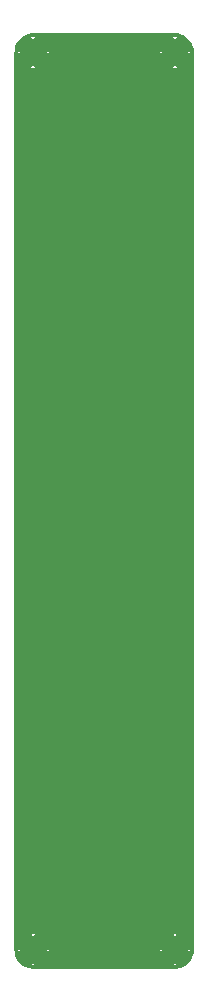
<source format=gbr>
%TF.GenerationSoftware,KiCad,Pcbnew,9.0.4*%
%TF.CreationDate,2025-10-20T17:14:21-05:00*%
%TF.ProjectId,Molecule_18650_Jumper,4d6f6c65-6375-46c6-955f-31383635305f,rev?*%
%TF.SameCoordinates,Original*%
%TF.FileFunction,Copper,L2,Bot*%
%TF.FilePolarity,Positive*%
%FSLAX46Y46*%
G04 Gerber Fmt 4.6, Leading zero omitted, Abs format (unit mm)*
G04 Created by KiCad (PCBNEW 9.0.4) date 2025-10-20 17:14:21*
%MOMM*%
%LPD*%
G01*
G04 APERTURE LIST*
%TA.AperFunction,ComponentPad*%
%ADD10C,1.600000*%
%TD*%
G04 APERTURE END LIST*
D10*
%TO.P,MP4,1*%
%TO.N,/jumper*%
X14000000Y2000000D03*
%TD*%
%TO.P,MP3,1*%
%TO.N,/jumper*%
X14000000Y78000000D03*
%TD*%
%TO.P,MP2,1*%
%TO.N,/jumper*%
X2000000Y78000000D03*
%TD*%
%TO.P,MP1,1*%
%TO.N,/jumper*%
X2000000Y2000000D03*
%TD*%
%TA.AperFunction,Conductor*%
%TO.N,/jumper*%
G36*
X14004417Y79599184D02*
G01*
X14023369Y79597828D01*
X14218788Y79583851D01*
X14236299Y79581333D01*
X14441960Y79536595D01*
X14458936Y79531611D01*
X14656150Y79458053D01*
X14672242Y79450703D01*
X14856968Y79349836D01*
X14871853Y79340271D01*
X15040353Y79214133D01*
X15053723Y79202547D01*
X15202547Y79053723D01*
X15214133Y79040353D01*
X15340271Y78871853D01*
X15349836Y78856968D01*
X15450703Y78672242D01*
X15458053Y78656150D01*
X15531611Y78458936D01*
X15536594Y78441963D01*
X15536595Y78441960D01*
X15581333Y78236299D01*
X15583851Y78218788D01*
X15599184Y78004419D01*
X15599500Y77995572D01*
X15599500Y2004427D01*
X15599184Y1995580D01*
X15583851Y1781211D01*
X15581333Y1763700D01*
X15536595Y1558039D01*
X15531611Y1541063D01*
X15458053Y1343849D01*
X15450703Y1327757D01*
X15349836Y1143031D01*
X15340271Y1128146D01*
X15214133Y959646D01*
X15202547Y946276D01*
X15053723Y797452D01*
X15040355Y785867D01*
X14871848Y659724D01*
X14856968Y650163D01*
X14672242Y549296D01*
X14656150Y541946D01*
X14458928Y468385D01*
X14441969Y463406D01*
X14236296Y418665D01*
X14218791Y416148D01*
X14012013Y401359D01*
X14004418Y400816D01*
X13995572Y400500D01*
X2004428Y400500D01*
X1995582Y400816D01*
X1989378Y401259D01*
X1781206Y416148D01*
X1763705Y418665D01*
X1558026Y463407D01*
X1541075Y468384D01*
X1343844Y541948D01*
X1327757Y549296D01*
X1143015Y650172D01*
X1128157Y659720D01*
X1062237Y709067D01*
X1840437Y709067D01*
X1840438Y709066D01*
X1897682Y700000D01*
X2102317Y700000D01*
X2159560Y709066D01*
X2159561Y709067D01*
X13840437Y709067D01*
X13840438Y709066D01*
X13897682Y700000D01*
X14102317Y700000D01*
X14159560Y709066D01*
X14159561Y709068D01*
X14000001Y868629D01*
X14000000Y868629D01*
X13840437Y709067D01*
X2159561Y709067D01*
X2159561Y709068D01*
X2000001Y868629D01*
X2000000Y868629D01*
X1840437Y709067D01*
X1062237Y709067D01*
X959637Y785873D01*
X946283Y797445D01*
X797445Y946283D01*
X785873Y959637D01*
X659720Y1128157D01*
X650166Y1143025D01*
X549295Y1327757D01*
X541946Y1343849D01*
X468384Y1541075D01*
X463407Y1558026D01*
X418665Y1763705D01*
X416148Y1781212D01*
X407817Y1897688D01*
X400815Y1995582D01*
X400500Y2004427D01*
X400500Y2102317D01*
X700000Y2102317D01*
X700000Y1897682D01*
X709066Y1840438D01*
X709067Y1840437D01*
X868629Y1999999D01*
X868629Y2000000D01*
X789638Y2078991D01*
X1400000Y2078991D01*
X1400000Y1921009D01*
X1440889Y1768409D01*
X1519881Y1631592D01*
X1631592Y1519881D01*
X1768409Y1440889D01*
X1921009Y1400000D01*
X2078991Y1400000D01*
X2231591Y1440889D01*
X2368408Y1519881D01*
X2480119Y1631592D01*
X2559111Y1768409D01*
X2600000Y1921009D01*
X2600000Y1999999D01*
X3131370Y1999999D01*
X3290932Y1840438D01*
X3300000Y1897688D01*
X3300000Y2102310D01*
X3299999Y2102317D01*
X12700000Y2102317D01*
X12700000Y1897682D01*
X12709066Y1840438D01*
X12709067Y1840437D01*
X12868629Y1999999D01*
X12868629Y2000000D01*
X12789638Y2078991D01*
X13400000Y2078991D01*
X13400000Y1921009D01*
X13440889Y1768409D01*
X13519881Y1631592D01*
X13631592Y1519881D01*
X13768409Y1440889D01*
X13921009Y1400000D01*
X14078991Y1400000D01*
X14231591Y1440889D01*
X14368408Y1519881D01*
X14480119Y1631592D01*
X14559111Y1768409D01*
X14600000Y1921009D01*
X14600000Y1999999D01*
X15131370Y1999999D01*
X15290932Y1840438D01*
X15300000Y1897688D01*
X15300000Y2102310D01*
X15290931Y2159559D01*
X15131370Y1999999D01*
X14600000Y1999999D01*
X14600000Y2078991D01*
X14559111Y2231591D01*
X14480119Y2368408D01*
X14368408Y2480119D01*
X14231591Y2559111D01*
X14078991Y2600000D01*
X13921009Y2600000D01*
X13768409Y2559111D01*
X13631592Y2480119D01*
X13519881Y2368408D01*
X13440889Y2231591D01*
X13400000Y2078991D01*
X12789638Y2078991D01*
X12709068Y2159561D01*
X12709066Y2159560D01*
X12700000Y2102317D01*
X3299999Y2102317D01*
X3290931Y2159559D01*
X3131370Y1999999D01*
X2600000Y1999999D01*
X2600000Y2078991D01*
X2559111Y2231591D01*
X2480119Y2368408D01*
X2368408Y2480119D01*
X2231591Y2559111D01*
X2078991Y2600000D01*
X1921009Y2600000D01*
X1768409Y2559111D01*
X1631592Y2480119D01*
X1519881Y2368408D01*
X1440889Y2231591D01*
X1400000Y2078991D01*
X789638Y2078991D01*
X709068Y2159561D01*
X709066Y2159560D01*
X700000Y2102317D01*
X400500Y2102317D01*
X400500Y3290932D01*
X1840438Y3290932D01*
X1999999Y3131370D01*
X2159560Y3290931D01*
X2159554Y3290932D01*
X13840438Y3290932D01*
X13999999Y3131370D01*
X14159560Y3290931D01*
X14102311Y3300000D01*
X13897688Y3300000D01*
X13840438Y3290932D01*
X2159554Y3290932D01*
X2102311Y3300000D01*
X1897688Y3300000D01*
X1840438Y3290932D01*
X400500Y3290932D01*
X400500Y76709067D01*
X1840437Y76709067D01*
X1840438Y76709066D01*
X1897682Y76700000D01*
X2102317Y76700000D01*
X2159560Y76709066D01*
X2159561Y76709067D01*
X13840437Y76709067D01*
X13840438Y76709066D01*
X13897682Y76700000D01*
X14102317Y76700000D01*
X14159560Y76709066D01*
X14159561Y76709068D01*
X14000001Y76868629D01*
X14000000Y76868629D01*
X13840437Y76709067D01*
X2159561Y76709067D01*
X2159561Y76709068D01*
X2000001Y76868629D01*
X2000000Y76868629D01*
X1840437Y76709067D01*
X400500Y76709067D01*
X400500Y77995572D01*
X400816Y78004418D01*
X407818Y78102317D01*
X700000Y78102317D01*
X700000Y77897682D01*
X709066Y77840438D01*
X709067Y77840437D01*
X868629Y77999999D01*
X868629Y78000000D01*
X789638Y78078991D01*
X1400000Y78078991D01*
X1400000Y77921009D01*
X1440889Y77768409D01*
X1519881Y77631592D01*
X1631592Y77519881D01*
X1768409Y77440889D01*
X1921009Y77400000D01*
X2078991Y77400000D01*
X2231591Y77440889D01*
X2368408Y77519881D01*
X2480119Y77631592D01*
X2559111Y77768409D01*
X2600000Y77921009D01*
X2600000Y77999999D01*
X3131370Y77999999D01*
X3290932Y77840438D01*
X3300000Y77897688D01*
X3300000Y78102310D01*
X3299999Y78102317D01*
X12700000Y78102317D01*
X12700000Y77897682D01*
X12709066Y77840438D01*
X12709067Y77840437D01*
X12868629Y77999999D01*
X12868629Y78000000D01*
X12789638Y78078991D01*
X13400000Y78078991D01*
X13400000Y77921009D01*
X13440889Y77768409D01*
X13519881Y77631592D01*
X13631592Y77519881D01*
X13768409Y77440889D01*
X13921009Y77400000D01*
X14078991Y77400000D01*
X14231591Y77440889D01*
X14368408Y77519881D01*
X14480119Y77631592D01*
X14559111Y77768409D01*
X14600000Y77921009D01*
X14600000Y77999999D01*
X15131370Y77999999D01*
X15290932Y77840438D01*
X15300000Y77897688D01*
X15300000Y78102310D01*
X15290931Y78159559D01*
X15131370Y77999999D01*
X14600000Y77999999D01*
X14600000Y78078991D01*
X14559111Y78231591D01*
X14480119Y78368408D01*
X14368408Y78480119D01*
X14231591Y78559111D01*
X14078991Y78600000D01*
X13921009Y78600000D01*
X13768409Y78559111D01*
X13631592Y78480119D01*
X13519881Y78368408D01*
X13440889Y78231591D01*
X13400000Y78078991D01*
X12789638Y78078991D01*
X12709068Y78159561D01*
X12709066Y78159560D01*
X12700000Y78102317D01*
X3299999Y78102317D01*
X3290931Y78159559D01*
X3131370Y77999999D01*
X2600000Y77999999D01*
X2600000Y78078991D01*
X2559111Y78231591D01*
X2480119Y78368408D01*
X2368408Y78480119D01*
X2231591Y78559111D01*
X2078991Y78600000D01*
X1921009Y78600000D01*
X1768409Y78559111D01*
X1631592Y78480119D01*
X1519881Y78368408D01*
X1440889Y78231591D01*
X1400000Y78078991D01*
X789638Y78078991D01*
X709068Y78159561D01*
X709066Y78159560D01*
X700000Y78102317D01*
X407818Y78102317D01*
X408799Y78116030D01*
X416148Y78218787D01*
X418666Y78236299D01*
X463406Y78441968D01*
X468387Y78458934D01*
X541946Y78656153D01*
X549293Y78672241D01*
X650165Y78856972D01*
X659730Y78871855D01*
X785863Y79040350D01*
X797449Y79053721D01*
X946278Y79202550D01*
X959649Y79214136D01*
X1062237Y79290932D01*
X1840438Y79290932D01*
X1999999Y79131370D01*
X2159560Y79290931D01*
X2159554Y79290932D01*
X13840438Y79290932D01*
X13999999Y79131370D01*
X14159560Y79290931D01*
X14102311Y79300000D01*
X13897688Y79300000D01*
X13840438Y79290932D01*
X2159554Y79290932D01*
X2102311Y79300000D01*
X1897688Y79300000D01*
X1840438Y79290932D01*
X1062237Y79290932D01*
X1128144Y79340269D01*
X1143027Y79349834D01*
X1172292Y79365814D01*
X1327758Y79450706D01*
X1343852Y79458056D01*
X1541061Y79531610D01*
X1558036Y79536594D01*
X1763700Y79581333D01*
X1781211Y79583851D01*
X1974407Y79597669D01*
X1995582Y79599184D01*
X2004428Y79599500D01*
X2057583Y79599500D01*
X13942417Y79599500D01*
X13995572Y79599500D01*
X14004417Y79599184D01*
G37*
%TD.AperFunction*%
%TD*%
M02*

</source>
